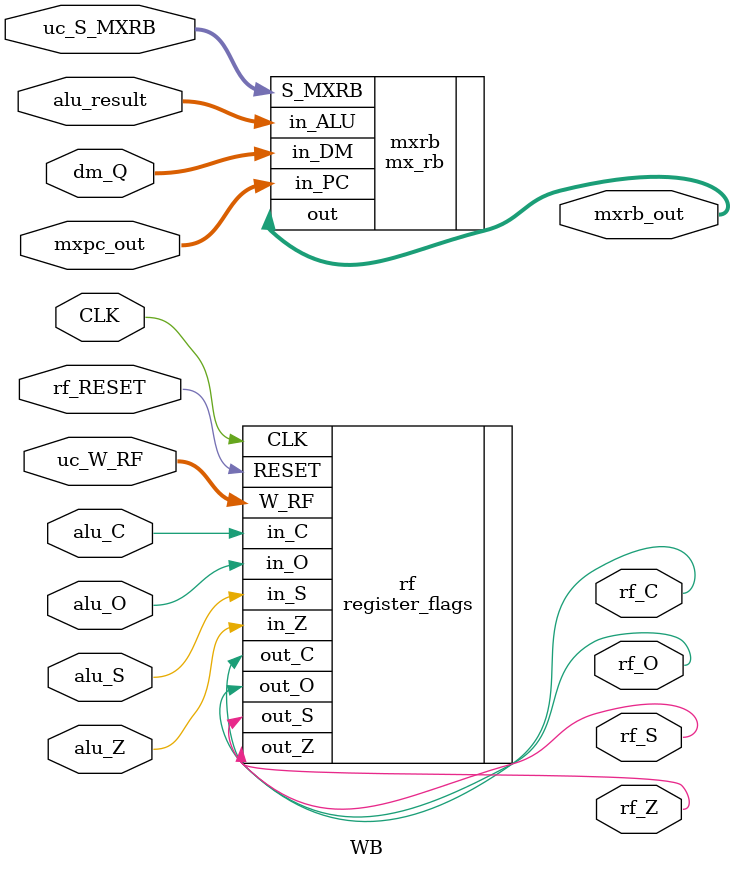
<source format=v>
module WB(	input 	wire 		CLK,

			input 	wire[31:0]	mxpc_out,	//Saída do mux mxpc
			input 	wire[31:0]	dm_Q,		//Saída da memória de dados
			input 	wire[31:0]	alu_result,	//Saída da ula
			input 	wire[1:0]	uc_S_MXRB,
			output 	wire[31:0]	mxrb_out,

			input 	wire 		rf_RESET,
			input 	wire 		alu_O,
			input 	wire 		alu_S,
			input 	wire 		alu_C,
			input 	wire 		alu_Z,
			input 	wire[2:0]	uc_W_RF,
			output 	wire 		rf_O,
			output 	wire 		rf_S,
			output 	wire 		rf_C,
			output 	wire 		rf_Z);

	mx_rb mxrb(	.in_PC(mxpc_out),
				.in_DM(dm_Q),
				.in_ALU(alu_result),
				.S_MXRB(uc_S_MXRB),
				.out(mxrb_out));

	register_flags rf(	.RESET(rf_RESET),
						.in_O(alu_O),
						.in_S(alu_S),
						.in_C(alu_C),
						.in_Z(alu_Z),
						.W_RF(uc_W_RF),
						.CLK(CLK),
						.out_O(rf_O),
						.out_S(rf_S),
						.out_C(rf_C),
						.out_Z(rf_Z));

endmodule

</source>
